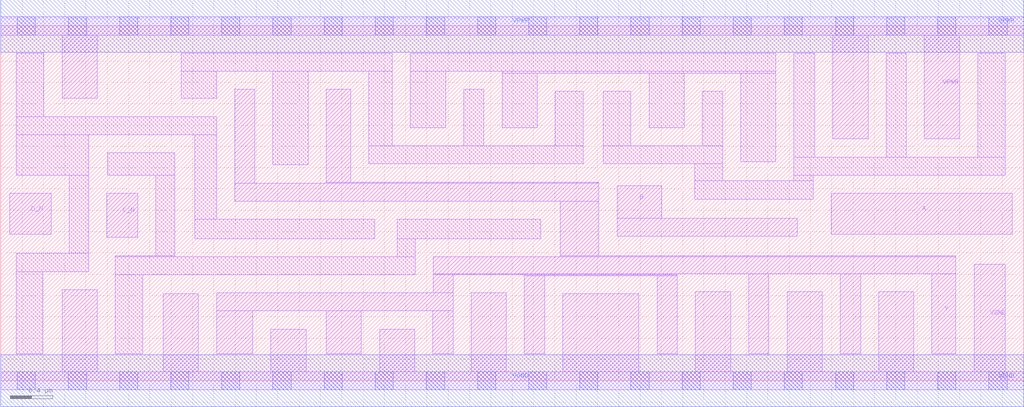
<source format=lef>
# Copyright 2020 The SkyWater PDK Authors
#
# Licensed under the Apache License, Version 2.0 (the "License");
# you may not use this file except in compliance with the License.
# You may obtain a copy of the License at
#
#     https://www.apache.org/licenses/LICENSE-2.0
#
# Unless required by applicable law or agreed to in writing, software
# distributed under the License is distributed on an "AS IS" BASIS,
# WITHOUT WARRANTIES OR CONDITIONS OF ANY KIND, either express or implied.
# See the License for the specific language governing permissions and
# limitations under the License.
#
# SPDX-License-Identifier: Apache-2.0

VERSION 5.7 ;
  NAMESCASESENSITIVE ON ;
  NOWIREEXTENSIONATPIN ON ;
  DIVIDERCHAR "/" ;
  BUSBITCHARS "[]" ;
UNITS
  DATABASE MICRONS 200 ;
END UNITS
MACRO sky130_fd_sc_lp__nor4bb_4
  CLASS CORE ;
  SOURCE USER ;
  FOREIGN sky130_fd_sc_lp__nor4bb_4 ;
  ORIGIN  0.000000  0.000000 ;
  SIZE  9.600000 BY  3.330000 ;
  SYMMETRY X Y R90 ;
  SITE unit ;
  PIN A
    ANTENNAGATEAREA  1.260000 ;
    DIRECTION INPUT ;
    USE SIGNAL ;
    PORT
      LAYER li1 ;
        RECT 7.795000 1.375000 9.495000 1.760000 ;
    END
  END A
  PIN B
    ANTENNAGATEAREA  1.260000 ;
    DIRECTION INPUT ;
    USE SIGNAL ;
    PORT
      LAYER li1 ;
        RECT 5.785000 1.355000 7.475000 1.525000 ;
        RECT 5.785000 1.525000 6.205000 1.830000 ;
    END
  END B
  PIN C_N
    ANTENNAGATEAREA  0.315000 ;
    DIRECTION INPUT ;
    USE SIGNAL ;
    PORT
      LAYER li1 ;
        RECT 0.995000 1.345000 1.285000 1.760000 ;
    END
  END C_N
  PIN D_N
    ANTENNAGATEAREA  0.315000 ;
    DIRECTION INPUT ;
    USE SIGNAL ;
    PORT
      LAYER li1 ;
        RECT 0.085000 1.375000 0.475000 1.760000 ;
    END
  END D_N
  PIN Y
    ANTENNADIFFAREA  2.587200 ;
    DIRECTION OUTPUT ;
    USE SIGNAL ;
    PORT
      LAYER li1 ;
        RECT 2.025000 0.255000 2.365000 0.655000 ;
        RECT 2.025000 0.655000 4.245000 0.825000 ;
        RECT 2.195000 1.685000 5.615000 1.855000 ;
        RECT 2.195000 1.855000 2.385000 2.735000 ;
        RECT 3.055000 0.255000 3.385000 0.655000 ;
        RECT 3.055000 1.855000 5.615000 1.865000 ;
        RECT 3.055000 1.865000 3.285000 2.735000 ;
        RECT 4.055000 0.255000 4.245000 0.655000 ;
        RECT 4.060000 0.825000 4.245000 0.995000 ;
        RECT 4.060000 0.995000 6.350000 1.005000 ;
        RECT 4.060000 1.005000 8.965000 1.165000 ;
        RECT 4.915000 0.255000 5.105000 0.985000 ;
        RECT 4.915000 0.985000 6.350000 0.995000 ;
        RECT 5.250000 1.165000 8.965000 1.175000 ;
        RECT 5.250000 1.175000 5.615000 1.685000 ;
        RECT 6.160000 0.255000 6.350000 0.985000 ;
        RECT 7.020000 0.255000 7.210000 1.005000 ;
        RECT 7.880000 0.255000 8.070000 1.005000 ;
        RECT 8.740000 0.255000 8.965000 1.005000 ;
    END
  END Y
  PIN VGND
    DIRECTION INOUT ;
    USE GROUND ;
    PORT
      LAYER li1 ;
        RECT 0.000000 -0.085000 9.600000 0.085000 ;
        RECT 0.575000  0.085000 0.905000 0.855000 ;
        RECT 1.525000  0.085000 1.855000 0.815000 ;
        RECT 2.535000  0.085000 2.865000 0.485000 ;
        RECT 3.555000  0.085000 3.885000 0.485000 ;
        RECT 4.415000  0.085000 4.745000 0.825000 ;
        RECT 5.275000  0.085000 5.990000 0.815000 ;
        RECT 6.520000  0.085000 6.850000 0.835000 ;
        RECT 7.380000  0.085000 7.710000 0.835000 ;
        RECT 8.240000  0.085000 8.570000 0.835000 ;
        RECT 9.135000  0.085000 9.430000 1.095000 ;
      LAYER mcon ;
        RECT 0.155000 -0.085000 0.325000 0.085000 ;
        RECT 0.635000 -0.085000 0.805000 0.085000 ;
        RECT 1.115000 -0.085000 1.285000 0.085000 ;
        RECT 1.595000 -0.085000 1.765000 0.085000 ;
        RECT 2.075000 -0.085000 2.245000 0.085000 ;
        RECT 2.555000 -0.085000 2.725000 0.085000 ;
        RECT 3.035000 -0.085000 3.205000 0.085000 ;
        RECT 3.515000 -0.085000 3.685000 0.085000 ;
        RECT 3.995000 -0.085000 4.165000 0.085000 ;
        RECT 4.475000 -0.085000 4.645000 0.085000 ;
        RECT 4.955000 -0.085000 5.125000 0.085000 ;
        RECT 5.435000 -0.085000 5.605000 0.085000 ;
        RECT 5.915000 -0.085000 6.085000 0.085000 ;
        RECT 6.395000 -0.085000 6.565000 0.085000 ;
        RECT 6.875000 -0.085000 7.045000 0.085000 ;
        RECT 7.355000 -0.085000 7.525000 0.085000 ;
        RECT 7.835000 -0.085000 8.005000 0.085000 ;
        RECT 8.315000 -0.085000 8.485000 0.085000 ;
        RECT 8.795000 -0.085000 8.965000 0.085000 ;
        RECT 9.275000 -0.085000 9.445000 0.085000 ;
      LAYER met1 ;
        RECT 0.000000 -0.245000 9.600000 0.245000 ;
    END
  END VGND
  PIN VPWR
    DIRECTION INOUT ;
    USE POWER ;
    PORT
      LAYER li1 ;
        RECT 0.000000 3.245000 9.600000 3.415000 ;
        RECT 0.575000 2.650000 0.905000 3.245000 ;
        RECT 7.810000 2.270000 8.140000 3.245000 ;
        RECT 8.670000 2.270000 9.000000 3.245000 ;
      LAYER mcon ;
        RECT 0.155000 3.245000 0.325000 3.415000 ;
        RECT 0.635000 3.245000 0.805000 3.415000 ;
        RECT 1.115000 3.245000 1.285000 3.415000 ;
        RECT 1.595000 3.245000 1.765000 3.415000 ;
        RECT 2.075000 3.245000 2.245000 3.415000 ;
        RECT 2.555000 3.245000 2.725000 3.415000 ;
        RECT 3.035000 3.245000 3.205000 3.415000 ;
        RECT 3.515000 3.245000 3.685000 3.415000 ;
        RECT 3.995000 3.245000 4.165000 3.415000 ;
        RECT 4.475000 3.245000 4.645000 3.415000 ;
        RECT 4.955000 3.245000 5.125000 3.415000 ;
        RECT 5.435000 3.245000 5.605000 3.415000 ;
        RECT 5.915000 3.245000 6.085000 3.415000 ;
        RECT 6.395000 3.245000 6.565000 3.415000 ;
        RECT 6.875000 3.245000 7.045000 3.415000 ;
        RECT 7.355000 3.245000 7.525000 3.415000 ;
        RECT 7.835000 3.245000 8.005000 3.415000 ;
        RECT 8.315000 3.245000 8.485000 3.415000 ;
        RECT 8.795000 3.245000 8.965000 3.415000 ;
        RECT 9.275000 3.245000 9.445000 3.415000 ;
      LAYER met1 ;
        RECT 0.000000 3.085000 9.600000 3.575000 ;
    END
  END VPWR
  OBS
    LAYER li1 ;
      RECT 0.145000 0.255000 0.395000 1.025000 ;
      RECT 0.145000 1.025000 0.825000 1.195000 ;
      RECT 0.145000 1.930000 0.825000 2.310000 ;
      RECT 0.145000 2.310000 2.025000 2.480000 ;
      RECT 0.145000 2.480000 0.405000 3.075000 ;
      RECT 0.645000 1.195000 0.825000 1.930000 ;
      RECT 1.005000 1.930000 1.635000 2.140000 ;
      RECT 1.075000 0.255000 1.335000 0.995000 ;
      RECT 1.075000 0.995000 3.890000 1.165000 ;
      RECT 1.075000 1.165000 1.635000 1.175000 ;
      RECT 1.455000 1.175000 1.635000 1.930000 ;
      RECT 1.695000 2.650000 2.025000 2.905000 ;
      RECT 1.695000 2.905000 3.675000 3.075000 ;
      RECT 1.820000 1.335000 3.510000 1.515000 ;
      RECT 1.820000 1.515000 2.025000 2.310000 ;
      RECT 2.555000 2.025000 2.885000 2.905000 ;
      RECT 3.455000 2.035000 5.465000 2.205000 ;
      RECT 3.455000 2.205000 3.675000 2.905000 ;
      RECT 3.720000 1.165000 3.890000 1.335000 ;
      RECT 3.720000 1.335000 5.070000 1.515000 ;
      RECT 3.845000 2.375000 4.175000 2.905000 ;
      RECT 3.845000 2.905000 7.275000 3.075000 ;
      RECT 4.345000 2.205000 4.535000 2.735000 ;
      RECT 4.705000 2.375000 5.035000 2.885000 ;
      RECT 4.705000 2.885000 7.275000 2.905000 ;
      RECT 5.205000 2.205000 5.465000 2.715000 ;
      RECT 5.655000 2.035000 6.775000 2.205000 ;
      RECT 5.655000 2.205000 5.915000 2.715000 ;
      RECT 6.085000 2.375000 6.415000 2.885000 ;
      RECT 6.515000 1.705000 7.625000 1.875000 ;
      RECT 6.515000 1.875000 6.775000 2.035000 ;
      RECT 6.585000 2.205000 6.775000 2.715000 ;
      RECT 6.945000 2.055000 7.275000 2.885000 ;
      RECT 7.445000 1.875000 7.625000 1.930000 ;
      RECT 7.445000 1.930000 9.430000 2.100000 ;
      RECT 7.445000 2.100000 7.640000 3.075000 ;
      RECT 8.310000 2.100000 8.500000 3.075000 ;
      RECT 9.170000 2.100000 9.430000 3.075000 ;
  END
END sky130_fd_sc_lp__nor4bb_4

</source>
